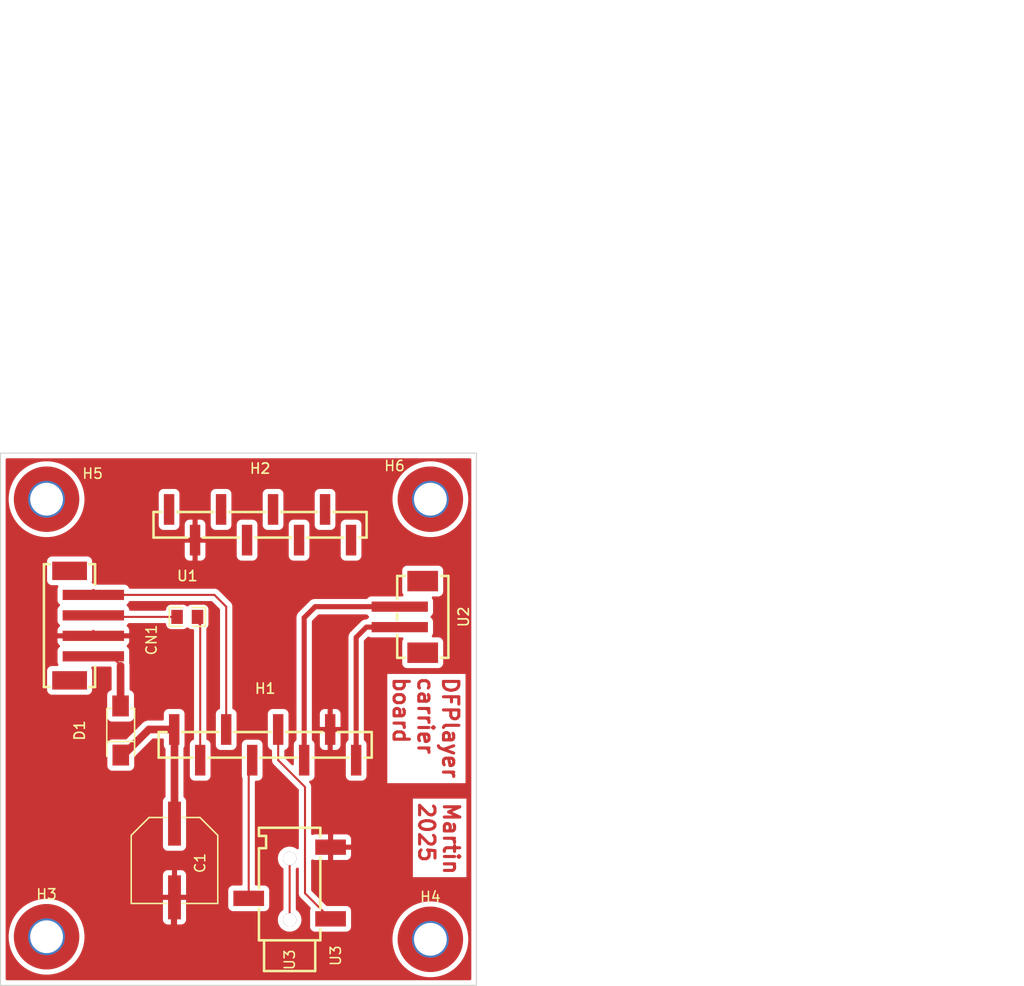
<source format=kicad_pcb>
(kicad_pcb (version 20241229) (generator "pcbnew") (generator_version "9.0")
  (layers (0 "F.Cu" signal) (2 "B.Cu" signal) (13 "F.Paste" user) (15 "B.Paste" user) (5 "F.SilkS" user "F.Silkscreen") (7 "B.SilkS" user "B.Silkscreen") (1 "F.Mask" user) (3 "B.Mask" user) (25 "Edge.Cuts" user))
  (net 0 "")
  (net 1 "_4")
  (net 2 "ADKEY_2")
  (net 3 "_6")
  (net 4 "ADKEY_1")
  (net 5 "_3")
  (net 6 "_5")
  (net 7 "IO_2")
  (net 8 "IO_1")
  (net 9 "BUSY")
  (net 10 "SPK_1")
  (net 11 "VCC")
  (net 12 "K")
  (net 13 "TX")
  (net 14 "USB_M")
  (net 15 "USB_P")
  (net 16 "net")
  (net 17 "df_header_left-RX")
  (net 18 "footprint-RX")
  (net 19 "DAC_R")
  (net 20 "DAC_L")
  (net 21 "SPK_2")
  (net 22 "GND")
  (net 23 "footprint-contact-3")
  (net 24 "footprint-contact-2")
  (net 25 "footprint-contact-1")
  (net 26 "footprint-contact-0")
  (footprint "hanxia_HX_PM2_54_1x8P_TP_H8_5_YQ:HDR-SMD_8P-P2.54-V-F-S4.7" (layer "F.Cu") (at 152.61 81)
    (property "Reference" "H2" (at 0 -5.5 0) (layer "F.SilkS"))
    (property "Value" "")
    (fp_line (start -10.41 -1.25) (end -10.41 1.25) (stroke (width 0.25)) (layer "F.SilkS"))
    (fp_line (start -10.41 -1.25) (end -9.63 -1.25) (stroke (width 0.25)) (layer "F.SilkS"))
    (fp_line (start -10.41 1.25) (end -7.09 1.25) (stroke (width 0.25)) (layer "F.SilkS"))
    (fp_line (start -8.15 -1.25) (end -4.55 -1.25) (stroke (width 0.25)) (layer "F.SilkS"))
    (fp_line (start -5.61 1.25) (end -2.01 1.25) (stroke (width 0.25)) (layer "F.SilkS"))
    (fp_line (start -3.07 -1.25) (end 0.53 -1.25) (stroke (width 0.25)) (layer "F.SilkS"))
    (fp_line (start -0.53 1.25) (end 3.07 1.25) (stroke (width 0.25)) (layer "F.SilkS"))
    (fp_line (start 2.01 -1.25) (end 5.61 -1.25) (stroke (width 0.25)) (layer "F.SilkS"))
    (fp_line (start 4.55 1.25) (end 8.15 1.25) (stroke (width 0.25)) (layer "F.SilkS"))
    (fp_line (start 7.09 -1.25) (end 10.41 -1.25) (stroke (width 0.25)) (layer "F.SilkS"))
    (fp_line (start 9.63 1.25) (end 10.41 1.25) (stroke (width 0.25)) (layer "F.SilkS"))
    (fp_line (start 10.41 -1.25) (end 10.41 1.25) (stroke (width 0.25)) (layer "F.SilkS"))
    (fp_text user "${REFERENCE}" (at 0 -5.5 0) (layer "F.SilkS"))
    (pad "1" smd rect (at -8.89 -1.5) (size 1.02 3) (layers "F.Cu" "F.Mask" "F.Paste") (net 8 "IO_1"))
    (pad "2" smd rect (at -6.35 1.5) (size 1.02 3) (layers "F.Cu" "F.Mask" "F.Paste") (net 22 "GND"))
    (pad "3" smd rect (at -3.81 -1.5) (size 1.02 3) (layers "F.Cu" "F.Mask" "F.Paste") (net 7 "IO_2"))
    (pad "4" smd rect (at -1.27 1.5) (size 1.02 3) (layers "F.Cu" "F.Mask" "F.Paste") (net 4 "ADKEY_1"))
    (pad "5" smd rect (at 1.27 -1.5) (size 1.02 3) (layers "F.Cu" "F.Mask" "F.Paste") (net 2 "ADKEY_2"))
    (pad "6" smd rect (at 3.81 1.5) (size 1.02 3) (layers "F.Cu" "F.Mask" "F.Paste") (net 15 "USB_P"))
    (pad "7" smd rect (at 6.35 -1.5) (size 1.02 3) (layers "F.Cu" "F.Mask" "F.Paste") (net 14 "USB_M"))
    (pad "8" smd rect (at 8.89 1.5) (size 1.02 3) (layers "F.Cu" "F.Mask" "F.Paste") (net 9 "BUSY"))
  )
  (footprint "JST_Sales_America_B4B_PH_SM4_TB_LF__SN:CONN-SMD_B4B-PH-SM4-TB-LF-SN" (layer "F.Cu") (at 135.16 90.85 -90)
    (property "Reference" "CN1" (at 1.4 -6.84 90) (layer "F.SilkS"))
    (property "Value" "")
    (fp_line (start -6 3.67) (end -6 3.09) (stroke (width 0.25)) (layer "F.SilkS"))
    (fp_line (start 6 3.67) (end -6 3.67) (stroke (width 0.25)) (layer "F.SilkS"))
    (fp_line (start 6 3.09) (end 6 3.67) (stroke (width 0.25)) (layer "F.SilkS"))
    (fp_line (start -6 -1.33) (end -6 -0.77) (stroke (width 0.25)) (layer "F.SilkS"))
    (fp_line (start -6 -1.33) (end -4 -1.33) (stroke (width 0.25)) (layer "F.SilkS"))
    (fp_line (start 4 -1.33) (end 6 -1.33) (stroke (width 0.25)) (layer "F.SilkS"))
    (fp_line (start 6 -1.33) (end 6 -0.77) (stroke (width 0.25)) (layer "F.SilkS"))
    (pad "1" smd rect (at 3 -1.16 90) (size 1 6) (layers "F.Cu" "F.Mask" "F.Paste") (net 11 "VCC"))
    (pad "2" smd rect (at 1 -1.16 90) (size 1 6) (layers "F.Cu" "F.Mask" "F.Paste") (net 22 "GND"))
    (pad "3" smd rect (at -1 -1.16 90) (size 1 6) (layers "F.Cu" "F.Mask" "F.Paste") (net 18 "footprint-RX"))
    (pad "4" smd rect (at -3 -1.16 90) (size 1 6) (layers "F.Cu" "F.Mask" "F.Paste") (net 13 "TX"))
    (pad "5" smd rect (at -5.35 1.16 270) (size 1.8 3.4) (layers "F.Cu" "F.Mask" "F.Paste") (net 6 "_5"))
    (pad "6" smd rect (at 5.35 1.16 270) (size 1.8 3.4) (layers "F.Cu" "F.Mask" "F.Paste") (net 3 "_6"))
  )
  (footprint "MountingHole:MountingHole_3.2mm_M3_Pad_TopOnly" (layer "F.Cu") (at 169.25 78.5)
    (property "Reference" "H6" (at -3.5 -3.25 0) (layer "F.SilkS"))
    (property "Value" "")
    (pad "1" thru_hole circle (at 0 0) (size 3.6 3.6) (drill 3.2) (layers "*.Cu" "*.Mask") (net 23 "footprint-contact-3"))
    (pad "1" connect circle (at 0 0) (size 6.4 6.4) (layers "F.Cu" "F.Mask") (net 23 "footprint-contact-3"))
  )
  (footprint "MountingHole:MountingHole_3.2mm_M3_Pad_TopOnly" (layer "F.Cu") (at 169.25 121.5)
    (property "Reference" "H4" (at 0 -4.15 0) (layer "F.SilkS"))
    (property "Value" "")
    (pad "1" thru_hole circle (at 0 0) (size 3.6 3.6) (drill 3.2) (layers "*.Cu" "*.Mask") (net 25 "footprint-contact-1"))
    (pad "1" connect circle (at 0 0) (size 6.4 6.4) (layers "F.Cu" "F.Mask") (net 25 "footprint-contact-1"))
  )
  (footprint "hongjiacheng_M1:SMA_L4.3-W2.6-LS5.0-RD" (layer "F.Cu") (at 138.99 101.1 90)
    (property "Reference" "D1" (at 0 -4.01 90) (layer "F.SilkS"))
    (property "Value" "")
    (fp_line (start -1.08 -1.36) (end -1.08 1.36) (stroke (width 0.15)) (layer "F.SilkS"))
    (fp_line (start -2.53 -1.36) (end 2.16 -1.35) (stroke (width 0.15)) (layer "F.SilkS"))
    (fp_line (start 2.16 -1.27) (end 2.16 -0.92) (stroke (width 0.15)) (layer "F.SilkS"))
    (fp_line (start 2.16 1.36) (end 2.16 1.01) (stroke (width 0.15)) (layer "F.SilkS"))
    (fp_line (start -2.5 1.36) (end 2.16 1.36) (stroke (width 0.15)) (layer "F.SilkS"))
    (fp_text user "${REFERENCE}" (at 0 -4.01 90) (layer "F.SilkS"))
    (pad "1" smd rect (at -2.4 0.01 90) (size 2.05 1.62) (layers "F.Cu" "F.Mask" "F.Paste") (net 12 "K"))
    (pad "2" smd rect (at 2.4 -0.01 270) (size 2.05 1.62) (layers "F.Cu" "F.Mask" "F.Paste") (net 11 "VCC"))
  )
  (footprint "UNI_ROYAL_0805W8F1001T5E:R0805" (layer "F.Cu") (at 145.5 90)
    (property "Reference" "U1" (at 0 -4 0) (layer "F.SilkS"))
    (property "Value" "")
    (fp_line (start -1.76 -0.92) (end -0.48 -0.92) (stroke (width 0.15)) (layer "F.SilkS"))
    (fp_line (start -1.76 0.92) (end -1.76 -0.92) (stroke (width 0.15)) (layer "F.SilkS"))
    (fp_line (start -0.48 0.92) (end -1.76 0.92) (stroke (width 0.15)) (layer "F.SilkS"))
    (fp_line (start 0.48 0.92) (end 1.76 0.92) (stroke (width 0.15)) (layer "F.SilkS"))
    (fp_line (start 1.76 -0.92) (end 0.48 -0.92) (stroke (width 0.15)) (layer "F.SilkS"))
    (fp_line (start 1.76 0.92) (end 1.76 -0.92) (stroke (width 0.15)) (layer "F.SilkS"))
    (fp_text user "${REFERENCE}" (at 0 -4 0) (layer "F.SilkS"))
    (pad "1" smd rect (at -1 0) (size 1.13 1.38) (layers "F.Cu" "F.Mask" "F.Paste") (net 18 "footprint-RX"))
    (pad "2" smd rect (at 1 0) (size 1.13 1.38) (layers "F.Cu" "F.Mask" "F.Paste") (net 17 "df_header_left-RX"))
  )
  (footprint "hanxia_HX_PM2_54_1x8P_TP_H8_5_YQ:HDR-SMD_8P-P2.54-V-F-S4.7" (layer "F.Cu") (at 153.11 102.5)
    (property "Reference" "H1" (at 0 -5.5 0) (layer "F.SilkS"))
    (property "Value" "")
    (fp_line (start -10.41 -1.25) (end -10.41 1.25) (stroke (width 0.25)) (layer "F.SilkS"))
    (fp_line (start -10.41 -1.25) (end -9.63 -1.25) (stroke (width 0.25)) (layer "F.SilkS"))
    (fp_line (start -10.41 1.25) (end -7.09 1.25) (stroke (width 0.25)) (layer "F.SilkS"))
    (fp_line (start -8.15 -1.25) (end -4.55 -1.25) (stroke (width 0.25)) (layer "F.SilkS"))
    (fp_line (start -5.61 1.25) (end -2.01 1.25) (stroke (width 0.25)) (layer "F.SilkS"))
    (fp_line (start -3.07 -1.25) (end 0.53 -1.25) (stroke (width 0.25)) (layer "F.SilkS"))
    (fp_line (start -0.53 1.25) (end 3.07 1.25) (stroke (width 0.25)) (layer "F.SilkS"))
    (fp_line (start 2.01 -1.25) (end 5.61 -1.25) (stroke (width 0.25)) (layer "F.SilkS"))
    (fp_line (start 4.55 1.25) (end 8.15 1.25) (stroke (width 0.25)) (layer "F.SilkS"))
    (fp_line (start 7.09 -1.25) (end 10.41 -1.25) (stroke (width 0.25)) (layer "F.SilkS"))
    (fp_line (start 9.63 1.25) (end 10.41 1.25) (stroke (width 0.25)) (layer "F.SilkS"))
    (fp_line (start 10.41 -1.25) (end 10.41 1.25) (stroke (width 0.25)) (layer "F.SilkS"))
    (fp_text user "${REFERENCE}" (at 0 -5.5 0) (layer "F.SilkS"))
    (pad "1" smd rect (at -8.89 -1.5) (size 1.02 3) (layers "F.Cu" "F.Mask" "F.Paste") (net 12 "K"))
    (pad "2" smd rect (at -6.35 1.5) (size 1.02 3) (layers "F.Cu" "F.Mask" "F.Paste") (net 17 "df_header_left-RX"))
    (pad "3" smd rect (at -3.81 -1.5) (size 1.02 3) (layers "F.Cu" "F.Mask" "F.Paste") (net 13 "TX"))
    (pad "4" smd rect (at -1.27 1.5) (size 1.02 3) (layers "F.Cu" "F.Mask" "F.Paste") (net 19 "DAC_R"))
    (pad "5" smd rect (at 1.27 -1.5) (size 1.02 3) (layers "F.Cu" "F.Mask" "F.Paste") (net 20 "DAC_L"))
    (pad "6" smd rect (at 3.81 1.5) (size 1.02 3) (layers "F.Cu" "F.Mask" "F.Paste") (net 10 "SPK_1"))
    (pad "7" smd rect (at 6.35 -1.5) (size 1.02 3) (layers "F.Cu" "F.Mask" "F.Paste") (net 22 "GND"))
    (pad "8" smd rect (at 8.89 1.5) (size 1.02 3) (layers "F.Cu" "F.Mask" "F.Paste") (net 21 "SPK_2"))
  )
  (footprint "MountingHole:MountingHole_3.2mm_M3_Pad_TopOnly" (layer "F.Cu") (at 131.75 121.25)
    (property "Reference" "H3" (at 0 -4.15 0) (layer "F.SilkS"))
    (property "Value" "")
    (pad "1" thru_hole circle (at 0 0) (size 3.6 3.6) (drill 3.2) (layers "*.Cu" "*.Mask") (net 26 "footprint-contact-0"))
    (pad "1" connect circle (at 0 0) (size 6.4 6.4) (layers "F.Cu" "F.Mask") (net 26 "footprint-contact-0"))
  )
  (footprint "MountingHole:MountingHole_3.2mm_M3_Pad_TopOnly" (layer "F.Cu") (at 131.75 78.5)
    (property "Reference" "H5" (at 4.5 -2.5 0) (layer "F.SilkS"))
    (property "Value" "")
    (pad "1" thru_hole circle (at 0 0) (size 3.6 3.6) (drill 3.2) (layers "*.Cu" "*.Mask") (net 24 "footprint-contact-2"))
    (pad "1" connect circle (at 0 0) (size 6.4 6.4) (layers "F.Cu" "F.Mask") (net 24 "footprint-contact-2"))
  )
  (footprint "JST_Sales_America_B2B_PH_SM4_TBT_LF__SN:CONN-SMD_B2B-PH-SM4-TBT-LF-SN" (layer "F.Cu") (at 167.38 90 -90)
    (property "Reference" "U2" (at 0 -5.12 90) (layer "F.SilkS"))
    (property "Value" "")
    (fp_line (start -4 1.37) (end -1.73 1.37) (stroke (width 0.25)) (layer "F.SilkS"))
    (fp_line (start -0.27 1.37) (end 0.27 1.37) (stroke (width 0.25)) (layer "F.SilkS"))
    (fp_line (start 1.73 1.37) (end 4 1.37) (stroke (width 0.25)) (layer "F.SilkS"))
    (fp_line (start 4 1.37) (end 4 0.6) (stroke (width 0.25)) (layer "F.SilkS"))
    (fp_line (start -4 0.6) (end -4 1.37) (stroke (width 0.25)) (layer "F.SilkS"))
    (fp_line (start 4 -2.86) (end 4 -3.63) (stroke (width 0.25)) (layer "F.SilkS"))
    (fp_line (start -4 -3.63) (end -4 -2.86) (stroke (width 0.25)) (layer "F.SilkS"))
    (fp_line (start -4 -3.63) (end 4 -3.63) (stroke (width 0.25)) (layer "F.SilkS"))
    (fp_text user "${REFERENCE}" (at 0 -5.12 90) (layer "F.SilkS"))
    (pad "1" smd rect (at -1 1.12 270) (size 1 5.5) (layers "F.Cu" "F.Mask" "F.Paste") (net 10 "SPK_1"))
    (pad "2" smd rect (at 1 1.12 270) (size 1 5.5) (layers "F.Cu" "F.Mask" "F.Paste") (net 21 "SPK_2"))
    (pad "3" smd rect (at 3.5 -1.12 270) (size 2 3) (layers "F.Cu" "F.Mask" "F.Paste") (net 5 "_3"))
    (pad "4" smd rect (at -3.5 -1.12 270) (size 2 3) (layers "F.Cu" "F.Mask" "F.Paste") (net 1 "_4"))
  )
  (footprint "PANASONIC_EEEFK1A471AP:CAP-SMD_BD8.0-L8.3-W8.3-LS9.9-FD" (layer "F.Cu") (at 144.25 113.8 -90)
    (property "Reference" "C1" (hide yes))
    (property "Value" "")
    (fp_line (start -2.46 4.23) (end -4.2 2.49) (stroke (width 0.15)) (layer "F.SilkS"))
    (fp_line (start 4.2 4.23) (end -2.46 4.23) (stroke (width 0.15)) (layer "F.SilkS"))
    (fp_line (start -4.2 2.49) (end -4.2 0.78) (stroke (width 0.15)) (layer "F.SilkS"))
    (fp_line (start 4.2 0.78) (end 4.2 4.23) (stroke (width 0.15)) (layer "F.SilkS"))
    (fp_line (start 4.2 -0.78) (end 4.2 -4.23) (stroke (width 0.15)) (layer "F.SilkS"))
    (fp_line (start -4.2 -2.49) (end -4.2 -0.78) (stroke (width 0.15)) (layer "F.SilkS"))
    (fp_line (start -2.46 -4.23) (end -4.2 -2.49) (stroke (width 0.15)) (layer "F.SilkS"))
    (fp_line (start 4.2 -4.23) (end -2.46 -4.23) (stroke (width 0.15)) (layer "F.SilkS"))
    (fp_text user "${REFERENCE}" (at 0.25 -2.5 90) (layer "F.SilkS"))
    (pad "1" smd rect (at -3.6 0 270) (size 4.3 1.26) (layers "F.Cu" "F.Mask" "F.Paste") (net 12 "K"))
    (pad "2" smd rect (at 3.6 0 270) (size 4.3 1.26) (layers "F.Cu" "F.Mask" "F.Paste") (net 22 "GND"))
  )
  (footprint "SOFNG_PJ_320B:AUDIO-SMD_PJ-320B" (layer "F.Cu") (at 155.5 116 180)
    (property "Reference" "U3" (at 0 -7.5 90) (layer "F.SilkS"))
    (property "Value" "")
    (fp_line (start 3 5.4) (end -3 5.4) (stroke (width 0.25)) (layer "F.SilkS"))
    (fp_line (start 3 4.6) (end 3 5.4) (stroke (width 0.25)) (layer "F.SilkS"))
    (fp_line (start 3 3.4) (end 2.3 3.4) (stroke (width 0.25)) (layer "F.SilkS"))
    (fp_line (start 3 -0.52) (end 3 3.4) (stroke (width 0.25)) (layer "F.SilkS"))
    (fp_line (start 3 -5.6) (end 3 -2.48) (stroke (width 0.25)) (layer "F.SilkS"))
    (fp_line (start 2.5 -5.6) (end 2.5 -8.6) (stroke (width 0.25)) (layer "F.SilkS"))
    (fp_line (start 2.3 4.6) (end 3 4.6) (stroke (width 0.25)) (layer "F.SilkS"))
    (fp_line (start 2.3 3.4) (end 2.3 4.6) (stroke (width 0.25)) (layer "F.SilkS"))
    (fp_line (start -2.5 -5.6) (end -2.5 -8.6) (stroke (width 0.25)) (layer "F.SilkS"))
    (fp_line (start -2.5 -8.6) (end 2.5 -8.6) (stroke (width 0.25)) (layer "F.SilkS"))
    (fp_line (start -3 4.48) (end -3 5.4) (stroke (width 0.25)) (layer "F.SilkS"))
    (fp_line (start -3 -2.52) (end -3 2.52) (stroke (width 0.25)) (layer "F.SilkS"))
    (fp_line (start -3 -5.6) (end 3 -5.6) (stroke (width 0.25)) (layer "F.SilkS"))
    (fp_line (start -3 -5.6) (end -3 -4.48) (stroke (width 0.25)) (layer "F.SilkS"))
    (fp_text user "${REFERENCE}" (at -4.5 -7.1 90) (layer "F.SilkS"))
    (pad "" thru_hole circle (at 0 -3.6 180) (size 1.3 1.3) (drill 1.3) (layers "*.Cu" "*.Mask") (net 16 "net"))
    (pad "" thru_hole circle (at 0 2.4 180) (size 1.3 1.3) (drill 1.3) (layers "*.Cu" "*.Mask") (net 16 "net"))
    (pad "1" smd rect (at -4 -3.5 180) (size 3 1.5) (layers "F.Cu" "F.Mask" "F.Paste") (net 20 "DAC_L"))
    (pad "2" smd rect (at 4 -1.5 180) (size 3 1.5) (layers "F.Cu" "F.Mask" "F.Paste") (net 19 "DAC_R"))
    (pad "3" smd rect (at -4 3.5 180) (size 3 1.5) (layers "F.Cu" "F.Mask" "F.Paste") (net 22 "GND"))
  )
  (gr_rect (start 127.25 74) (end 173.75 126) (stroke (width 0.1)) (fill no) (layer "Edge.Cuts"))
  (gr_text "DFPlayer\ncarrier\nboard" (at 165.5 95.75 270) (layer "F.Cu") (effects (font (size 1.5 1.5) (thickness 0.3) (bold yes)) (justify left bottom)))
  (gr_text "Martin\n2025" (at 168 108 270) (layer "F.Cu") (effects (font (size 1.5 1.5) (thickness 0.3) (bold yes)) (justify left bottom)))
  (segment (start 156.92 90.08) (end 158 89) (width 0.5) (layer "F.Cu") (net 10))
  (segment (start 156.92 104) (end 156.92 90.08) (width 0.5) (layer "F.Cu") (net 10))
  (segment (start 158 89) (end 166.26 89) (width 0.5) (layer "F.Cu") (net 10))
  (segment (start 138.98 94.77) (end 138.98 98.7) (width 0.75) (layer "F.Cu") (net 11))
  (segment (start 139 94.75) (end 138.98 94.77) (width 0.2) (layer "F.Cu") (net 11))
  (segment (start 138.1 93.85) (end 139 94.75) (width 0.2) (layer "F.Cu") (net 11))
  (segment (start 136.32 93.85) (end 138.1 93.85) (width 0.2) (layer "F.Cu") (net 11))
  (segment (start 141.75 101) (end 144.22 101) (width 0.75) (layer "F.Cu") (net 12))
  (segment (start 139.25 103.5) (end 141.75 101) (width 0.75) (layer "F.Cu") (net 12))
  (segment (start 144 101.22) (end 144.22 101) (width 0.2) (layer "F.Cu") (net 12))
  (segment (start 144.25 110.2) (end 144.25 101.03) (width 0.75) (layer "F.Cu") (net 12))
  (segment (start 139 103.5) (end 139.25 103.5) (width 0.2) (layer "F.Cu") (net 12))
  (segment (start 144.25 101.03) (end 144.22 101) (width 0.2) (layer "F.Cu") (net 12))
  (segment (start 136.97 88) (end 136.32 87.35) (width 0.2) (layer "F.Cu") (net 13))
  (segment (start 149.3 101) (end 149.3 89) (width 0.2) (layer "F.Cu") (net 13))
  (segment (start 148.15 87.85) (end 136.32 87.85) (width 0.2) (layer "F.Cu") (net 13))
  (segment (start 149.3 89) (end 148.15 87.85) (width 0.2) (layer "F.Cu") (net 13))
  (segment (start 155.5 113.6) (end 155.5 119.6) (width 0.2) (layer "F.Cu") (net 16))
  (segment (start 146.76 104) (end 146.76 90.26) (width 0.2) (layer "F.Cu") (net 17))
  (segment (start 146.76 90.26) (end 146.5 90) (width 0.2) (layer "F.Cu") (net 17))
  (segment (start 146.5 90) (end 146.5 90.5) (width 0.2) (layer "F.Cu") (net 17))
  (segment (start 146.5 90.5) (end 146.76 90.76) (width 0.2) (layer "F.Cu") (net 17))
  (segment (start 144.5 90) (end 136.47 90) (width 0.2) (layer "F.Cu") (net 18))
  (segment (start 136.47 90) (end 136.32 89.85) (width 0.2) (layer "F.Cu") (net 18))
  (segment (start 151.5 117.5) (end 151.5 104.34) (width 0.2) (layer "F.Cu") (net 19))
  (segment (start 151.5 104.34) (end 151.84 104) (width 0.2) (layer "F.Cu") (net 19))
  (segment (start 154.38 101) (end 154.38 104) (width 0.2) (layer "F.Cu") (net 20))
  (segment (start 159.5 119.5) (end 157 117) (width 0.2) (layer "F.Cu") (net 20))
  (segment (start 157 106.62) (end 154.38 104) (width 0.2) (layer "F.Cu") (net 20))
  (segment (start 157 117) (end 157 106.62) (width 0.2) (layer "F.Cu") (net 20))
  (segment (start 162 92) (end 163 91) (width 0.5) (layer "F.Cu") (net 21))
  (segment (start 162 104) (end 162 92) (width 0.5) (layer "F.Cu") (net 21))
  (segment (start 163 91) (end 166.26 91) (width 0.5) (layer "F.Cu") (net 21))
  (segment (start 144 118.1) (end 144 121) (width 0.2) (layer "F.Cu") (net 22))
  (segment (start 159.5 101.04) (end 159.46 101) (width 0.2) (layer "F.Cu") (net 22))
  (segment (start 144 118) (end 144.551 118.551) (width 0.2) (layer "F.Cu") (net 22))
  (segment (start 132.85 91.85) (end 136.32 91.85) (width 0.2) (layer "F.Cu") (net 22))
  (segment (start 161.25 112.5) (end 159.901 112.5) (width 0.2) (layer "F.Cu") (net 22))
  (segment (start 132.9 91.85) (end 136.32 91.85) (width 0.2) (layer "F.Cu") (net 22))
  (segment (start 144 118.1) (end 144 118) (width 0.2) (layer "F.Cu") (net 22))
  (segment (start 136.49 91.52) (end 136.32 91.35) (width 0.2) (layer "F.Cu") (net 22))
  (zone (net 22) (net_name "GND") (layer "F.Cu") (name "GND") (connect_pads (clearance 0.5)) (min_thickness 0.25) (fill yes (thermal_gap 0.5) (thermal_bridge_width 0.5))
    (polygon (pts (xy 127.25 74) (xy 173.75 74) (xy 173.75 126) (xy 127.25 126)))
  )
)
</source>
